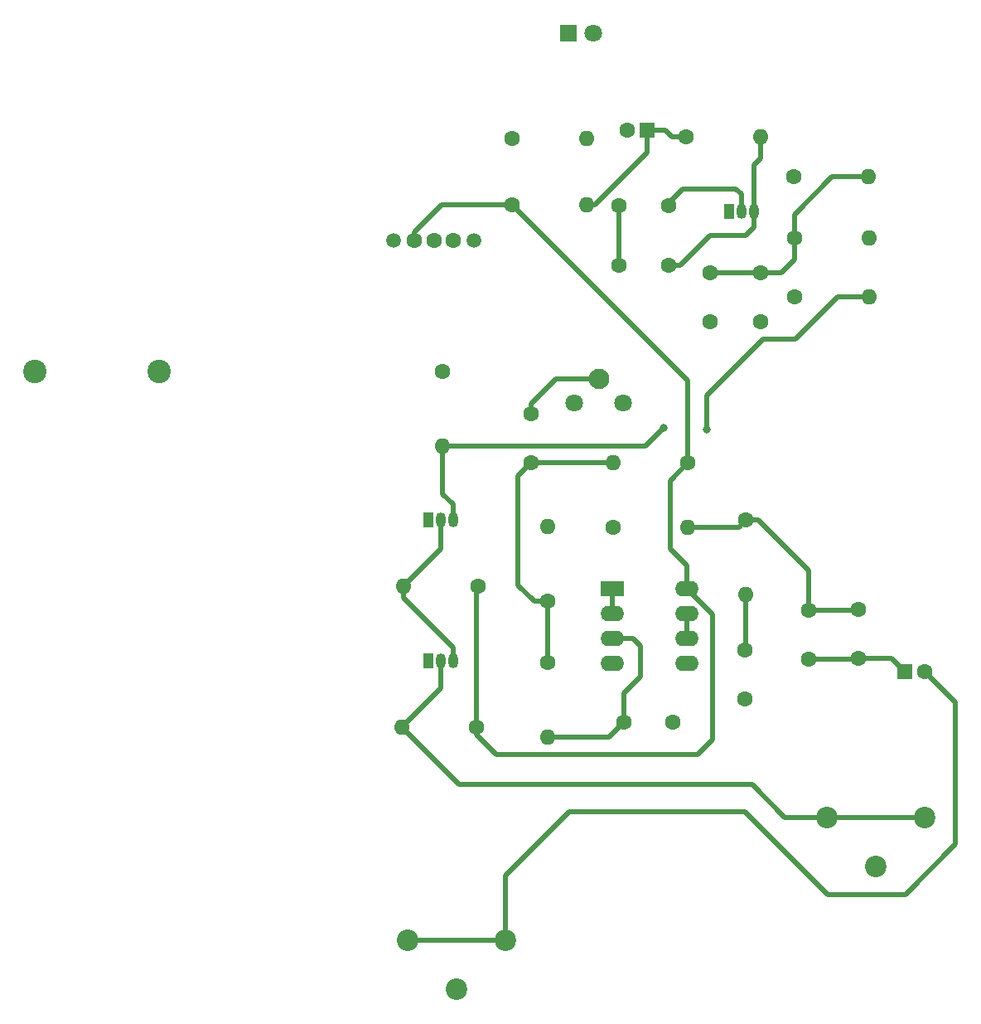
<source format=gbr>
%TF.GenerationSoftware,KiCad,Pcbnew,5.1.10-88a1d61d58~90~ubuntu20.04.1*%
%TF.CreationDate,2021-07-22T12:56:01-07:00*%
%TF.ProjectId,TwinTCPO,5477696e-5443-4504-9f2e-6b696361645f,A*%
%TF.SameCoordinates,Original*%
%TF.FileFunction,Copper,L1,Top*%
%TF.FilePolarity,Positive*%
%FSLAX46Y46*%
G04 Gerber Fmt 4.6, Leading zero omitted, Abs format (unit mm)*
G04 Created by KiCad (PCBNEW 5.1.10-88a1d61d58~90~ubuntu20.04.1) date 2021-07-22 12:56:01*
%MOMM*%
%LPD*%
G01*
G04 APERTURE LIST*
%TA.AperFunction,ComponentPad*%
%ADD10O,2.400000X1.600000*%
%TD*%
%TA.AperFunction,ComponentPad*%
%ADD11R,2.400000X1.600000*%
%TD*%
%TA.AperFunction,ConnectorPad*%
%ADD12C,1.500000*%
%TD*%
%TA.AperFunction,ComponentPad*%
%ADD13C,1.600000*%
%TD*%
%TA.AperFunction,ComponentPad*%
%ADD14O,1.600000X1.600000*%
%TD*%
%TA.AperFunction,ComponentPad*%
%ADD15C,2.100000*%
%TD*%
%TA.AperFunction,ComponentPad*%
%ADD16C,1.800000*%
%TD*%
%TA.AperFunction,ComponentPad*%
%ADD17R,1.050000X1.500000*%
%TD*%
%TA.AperFunction,ComponentPad*%
%ADD18O,1.050000X1.500000*%
%TD*%
%TA.AperFunction,ComponentPad*%
%ADD19C,2.200000*%
%TD*%
%TA.AperFunction,ComponentPad*%
%ADD20C,2.400000*%
%TD*%
%TA.AperFunction,ComponentPad*%
%ADD21R,1.800000X1.800000*%
%TD*%
%TA.AperFunction,ComponentPad*%
%ADD22R,1.600000X1.600000*%
%TD*%
%TA.AperFunction,ViaPad*%
%ADD23C,0.800000*%
%TD*%
%TA.AperFunction,Conductor*%
%ADD24C,0.500000*%
%TD*%
G04 APERTURE END LIST*
D10*
%TO.P,U1,8*%
%TO.N,VCC*%
X146820000Y-101750000D03*
%TO.P,U1,4*%
%TO.N,GND*%
X139200000Y-109370000D03*
%TO.P,U1,7*%
%TO.N,Net-(C10-Pad1)*%
X146820000Y-104290000D03*
%TO.P,U1,3*%
%TO.N,Net-(C7-Pad1)*%
X139200000Y-106830000D03*
%TO.P,U1,6*%
%TO.N,Net-(C10-Pad1)*%
X146820000Y-106830000D03*
%TO.P,U1,2*%
%TO.N,Net-(R14-Pad1)*%
X139200000Y-104290000D03*
%TO.P,U1,5*%
%TO.N,Net-(C8-Pad1)*%
X146820000Y-109370000D03*
D11*
%TO.P,U1,1*%
%TO.N,Net-(R14-Pad1)*%
X139200000Y-101750000D03*
%TD*%
D12*
%TO.P,SW1,*%
%TO.N,*%
X125100000Y-66200000D03*
X116900000Y-66200000D03*
D13*
%TO.P,SW1,3*%
%TO.N,Net-(SW1-Pad3)*%
X123000000Y-66200000D03*
%TO.P,SW1,2*%
%TO.N,Net-(J2-Pad1)*%
X121000000Y-66200000D03*
%TO.P,SW1,1*%
%TO.N,VCC*%
X119000000Y-66200000D03*
%TD*%
D14*
%TO.P,R15,2*%
%TO.N,Net-(C8-Pad1)*%
X152850000Y-102370000D03*
D13*
%TO.P,R15,1*%
%TO.N,Net-(C10-Pad2)*%
X152850000Y-94750000D03*
%TD*%
D14*
%TO.P,R14,2*%
%TO.N,Net-(C10-Pad2)*%
X146920000Y-95450000D03*
D13*
%TO.P,R14,1*%
%TO.N,Net-(R14-Pad1)*%
X139300000Y-95450000D03*
%TD*%
D14*
%TO.P,R13,2*%
%TO.N,GND*%
X136570000Y-55750000D03*
D13*
%TO.P,R13,1*%
%TO.N,Net-(D2-Pad1)*%
X128950000Y-55750000D03*
%TD*%
D14*
%TO.P,R12,2*%
%TO.N,Net-(C7-Pad1)*%
X132600000Y-116870000D03*
D13*
%TO.P,R12,1*%
%TO.N,Net-(C6-Pad1)*%
X132600000Y-109250000D03*
%TD*%
D14*
%TO.P,R11,2*%
%TO.N,GND*%
X132650000Y-95430000D03*
D13*
%TO.P,R11,1*%
%TO.N,Net-(C6-Pad1)*%
X132650000Y-103050000D03*
%TD*%
D14*
%TO.P,R10,2*%
%TO.N,Net-(C6-Pad1)*%
X139330000Y-88900000D03*
D13*
%TO.P,R10,1*%
%TO.N,VCC*%
X146950000Y-88900000D03*
%TD*%
D15*
%TO.P,R9,2*%
%TO.N,Net-(C6-Pad2)*%
X137850000Y-80300000D03*
D16*
%TO.P,R9,3*%
%TO.N,GND*%
X140350000Y-82800000D03*
%TO.P,R9,1*%
%TO.N,Net-(C3-Pad1)*%
X135350000Y-82800000D03*
%TD*%
D14*
%TO.P,R8,2*%
%TO.N,Net-(Q3-Pad3)*%
X165500000Y-71950000D03*
D13*
%TO.P,R8,1*%
%TO.N,Net-(D1-Pad1)*%
X157880000Y-71950000D03*
%TD*%
D14*
%TO.P,R7,2*%
%TO.N,Net-(C5-Pad1)*%
X165470000Y-65950000D03*
D13*
%TO.P,R7,1*%
%TO.N,Net-(C3-Pad1)*%
X157850000Y-65950000D03*
%TD*%
D14*
%TO.P,R6,2*%
%TO.N,Net-(Q3-Pad3)*%
X121900000Y-87170000D03*
D13*
%TO.P,R6,1*%
%TO.N,Net-(C1-Pad1)*%
X121900000Y-79550000D03*
%TD*%
D14*
%TO.P,R5,2*%
%TO.N,Net-(C5-Pad1)*%
X154370000Y-55600000D03*
D13*
%TO.P,R5,1*%
%TO.N,Net-(C2-Pad1)*%
X146750000Y-55600000D03*
%TD*%
D14*
%TO.P,R4,2*%
%TO.N,Net-(C2-Pad1)*%
X136570000Y-62500000D03*
D13*
%TO.P,R4,1*%
%TO.N,VCC*%
X128950000Y-62500000D03*
%TD*%
D14*
%TO.P,R3,2*%
%TO.N,Net-(Q1-Pad3)*%
X117930000Y-101450000D03*
D13*
%TO.P,R3,1*%
%TO.N,VCC*%
X125550000Y-101450000D03*
%TD*%
D14*
%TO.P,R2,2*%
%TO.N,Net-(C3-Pad1)*%
X165420000Y-59700000D03*
D13*
%TO.P,R2,1*%
%TO.N,Net-(C1-Pad2)*%
X157800000Y-59700000D03*
%TD*%
D14*
%TO.P,R1,2*%
%TO.N,~Key*%
X117730000Y-115900000D03*
D13*
%TO.P,R1,1*%
%TO.N,VCC*%
X125350000Y-115900000D03*
%TD*%
D17*
%TO.P,Q3,1*%
%TO.N,GND*%
X120450000Y-94750000D03*
D18*
%TO.P,Q3,3*%
%TO.N,Net-(Q3-Pad3)*%
X122990000Y-94750000D03*
%TO.P,Q3,2*%
%TO.N,Net-(Q1-Pad3)*%
X121720000Y-94750000D03*
%TD*%
D17*
%TO.P,Q2,1*%
%TO.N,GND*%
X151150000Y-63200000D03*
D18*
%TO.P,Q2,3*%
%TO.N,Net-(C5-Pad1)*%
X153690000Y-63200000D03*
%TO.P,Q2,2*%
%TO.N,Net-(C1-Pad2)*%
X152420000Y-63200000D03*
%TD*%
D17*
%TO.P,Q1,1*%
%TO.N,GND*%
X120450000Y-109100000D03*
D18*
%TO.P,Q1,3*%
%TO.N,Net-(Q1-Pad3)*%
X122990000Y-109100000D03*
%TO.P,Q1,2*%
%TO.N,~Key*%
X121720000Y-109100000D03*
%TD*%
D19*
%TO.P,J3,S*%
%TO.N,Net-(C11-Pad2)*%
X128350000Y-137600000D03*
%TO.P,J3,T*%
X118350000Y-137600000D03*
%TO.P,J3,G*%
%TO.N,GND*%
X123350000Y-142600000D03*
%TD*%
D20*
%TO.P,J2,1*%
%TO.N,Net-(J2-Pad1)*%
X92950000Y-79550000D03*
%TO.P,J2,2*%
%TO.N,GND*%
X80250000Y-79550000D03*
%TD*%
D19*
%TO.P,J1,S*%
%TO.N,~Key*%
X171150000Y-125100000D03*
%TO.P,J1,T*%
X161150000Y-125100000D03*
%TO.P,J1,G*%
%TO.N,GND*%
X166150000Y-130100000D03*
%TD*%
D16*
%TO.P,D2,2*%
%TO.N,VCC*%
X137290000Y-45000000D03*
D21*
%TO.P,D2,1*%
%TO.N,Net-(D2-Pad1)*%
X134750000Y-45000000D03*
%TD*%
D13*
%TO.P,C11,2*%
%TO.N,Net-(C11-Pad2)*%
X171150000Y-110200000D03*
D22*
%TO.P,C11,1*%
%TO.N,Net-(C10-Pad1)*%
X169150000Y-110200000D03*
%TD*%
D13*
%TO.P,C10,2*%
%TO.N,Net-(C10-Pad2)*%
X164400000Y-103850000D03*
%TO.P,C10,1*%
%TO.N,Net-(C10-Pad1)*%
X164400000Y-108850000D03*
%TD*%
%TO.P,C9,2*%
%TO.N,Net-(C10-Pad2)*%
X159300000Y-103900000D03*
%TO.P,C9,1*%
%TO.N,Net-(C10-Pad1)*%
X159300000Y-108900000D03*
%TD*%
%TO.P,C8,2*%
%TO.N,GND*%
X152800000Y-113000000D03*
%TO.P,C8,1*%
%TO.N,Net-(C8-Pad1)*%
X152800000Y-108000000D03*
%TD*%
%TO.P,C7,2*%
%TO.N,GND*%
X145400000Y-115400000D03*
%TO.P,C7,1*%
%TO.N,Net-(C7-Pad1)*%
X140400000Y-115400000D03*
%TD*%
%TO.P,C6,2*%
%TO.N,Net-(C6-Pad2)*%
X130950000Y-83900000D03*
%TO.P,C6,1*%
%TO.N,Net-(C6-Pad1)*%
X130950000Y-88900000D03*
%TD*%
%TO.P,C5,2*%
%TO.N,Net-(C1-Pad1)*%
X139950000Y-68700000D03*
%TO.P,C5,1*%
%TO.N,Net-(C5-Pad1)*%
X144950000Y-68700000D03*
%TD*%
%TO.P,C4,2*%
%TO.N,GND*%
X154400000Y-74450000D03*
%TO.P,C4,1*%
%TO.N,Net-(C3-Pad1)*%
X154400000Y-69450000D03*
%TD*%
%TO.P,C3,2*%
%TO.N,GND*%
X149200000Y-74450000D03*
%TO.P,C3,1*%
%TO.N,Net-(C3-Pad1)*%
X149200000Y-69450000D03*
%TD*%
%TO.P,C2,2*%
%TO.N,GND*%
X140750000Y-54950000D03*
D22*
%TO.P,C2,1*%
%TO.N,Net-(C2-Pad1)*%
X142750000Y-54950000D03*
%TD*%
D13*
%TO.P,C1,2*%
%TO.N,Net-(C1-Pad2)*%
X144950000Y-62650000D03*
%TO.P,C1,1*%
%TO.N,Net-(C1-Pad1)*%
X139950000Y-62650000D03*
%TD*%
D23*
%TO.N,Net-(Q3-Pad3)*%
X148850000Y-85450000D03*
X144450000Y-85350000D03*
%TD*%
D24*
%TO.N,Net-(C1-Pad2)*%
X144950000Y-62650000D02*
X144950000Y-62400000D01*
X144950000Y-62400000D02*
X146450000Y-60900000D01*
X146450000Y-60900000D02*
X151850000Y-60900000D01*
X152420000Y-61470000D02*
X152420000Y-63200000D01*
X151850000Y-60900000D02*
X152420000Y-61470000D01*
%TO.N,Net-(C1-Pad1)*%
X139950000Y-62650000D02*
X139950000Y-68700000D01*
%TO.N,Net-(C2-Pad1)*%
X146750000Y-55600000D02*
X145300000Y-55600000D01*
X144650000Y-54950000D02*
X142750000Y-54950000D01*
X145300000Y-55600000D02*
X144650000Y-54950000D01*
X136570000Y-62500000D02*
X137450000Y-62500000D01*
X142750000Y-57200000D02*
X142750000Y-54950000D01*
X137450000Y-62500000D02*
X142750000Y-57200000D01*
%TO.N,Net-(C3-Pad1)*%
X154400000Y-69450000D02*
X149200000Y-69450000D01*
X154400000Y-69450000D02*
X156500000Y-69450000D01*
X157850000Y-68100000D02*
X157850000Y-65950000D01*
X156500000Y-69450000D02*
X157850000Y-68100000D01*
X157850000Y-65950000D02*
X157850000Y-63550000D01*
X161700000Y-59700000D02*
X165420000Y-59700000D01*
X157850000Y-63550000D02*
X161700000Y-59700000D01*
%TO.N,Net-(C5-Pad1)*%
X153690000Y-63200000D02*
X153690000Y-58460000D01*
X154370000Y-57780000D02*
X154370000Y-55600000D01*
X153690000Y-58460000D02*
X154370000Y-57780000D01*
X144950000Y-68700000D02*
X146150000Y-68700000D01*
X146150000Y-68700000D02*
X149200000Y-65650000D01*
X149200000Y-65650000D02*
X152850000Y-65650000D01*
X153690000Y-64810000D02*
X153690000Y-63200000D01*
X152850000Y-65650000D02*
X153690000Y-64810000D01*
%TO.N,Net-(C6-Pad2)*%
X130950000Y-83900000D02*
X130950000Y-82850000D01*
X133500000Y-80300000D02*
X137850000Y-80300000D01*
X130950000Y-82850000D02*
X133500000Y-80300000D01*
%TO.N,Net-(C6-Pad1)*%
X132600000Y-103100000D02*
X132650000Y-103050000D01*
X132600000Y-109250000D02*
X132600000Y-103100000D01*
X132650000Y-103050000D02*
X131250000Y-103050000D01*
X131250000Y-103050000D02*
X129600000Y-101400000D01*
X129600000Y-90250000D02*
X130950000Y-88900000D01*
X129600000Y-101400000D02*
X129600000Y-90250000D01*
X130950000Y-88900000D02*
X139330000Y-88900000D01*
%TO.N,Net-(C7-Pad1)*%
X140400000Y-115400000D02*
X140400000Y-112400000D01*
X140400000Y-112400000D02*
X142100000Y-110700000D01*
X142100000Y-110700000D02*
X142100000Y-107600000D01*
X141330000Y-106830000D02*
X139200000Y-106830000D01*
X142100000Y-107600000D02*
X141330000Y-106830000D01*
X138930000Y-116870000D02*
X140400000Y-115400000D01*
X132600000Y-116870000D02*
X138930000Y-116870000D01*
%TO.N,Net-(C8-Pad1)*%
X152850000Y-107950000D02*
X152800000Y-108000000D01*
X152850000Y-102370000D02*
X152850000Y-107950000D01*
%TO.N,Net-(C10-Pad2)*%
X152150000Y-95450000D02*
X152850000Y-94750000D01*
X146920000Y-95450000D02*
X152150000Y-95450000D01*
X152850000Y-94750000D02*
X154150000Y-94750000D01*
X159300000Y-99900000D02*
X159300000Y-103900000D01*
X154150000Y-94750000D02*
X159300000Y-99900000D01*
X164350000Y-103900000D02*
X164400000Y-103850000D01*
X159300000Y-103900000D02*
X164350000Y-103900000D01*
%TO.N,Net-(C10-Pad1)*%
X146820000Y-104290000D02*
X146820000Y-106830000D01*
X164350000Y-108900000D02*
X164400000Y-108850000D01*
X159300000Y-108900000D02*
X164350000Y-108900000D01*
X167800000Y-108850000D02*
X169150000Y-110200000D01*
X164400000Y-108850000D02*
X167800000Y-108850000D01*
%TO.N,Net-(C11-Pad2)*%
X118350000Y-137600000D02*
X128350000Y-137600000D01*
X128350000Y-137600000D02*
X128350000Y-131000000D01*
X128350000Y-131000000D02*
X134850000Y-124500000D01*
X134850000Y-124500000D02*
X152800000Y-124500000D01*
X152800000Y-124500000D02*
X161250000Y-132950000D01*
X161250000Y-132950000D02*
X169200000Y-132950000D01*
X169200000Y-132950000D02*
X174300000Y-127850000D01*
X174300000Y-113350000D02*
X171150000Y-110200000D01*
X174300000Y-127850000D02*
X174300000Y-113350000D01*
%TO.N,VCC*%
X119000000Y-66200000D02*
X119000000Y-65300000D01*
X121800000Y-62500000D02*
X128950000Y-62500000D01*
X119000000Y-65300000D02*
X121800000Y-62500000D01*
X125350000Y-101650000D02*
X125550000Y-101450000D01*
X125350000Y-115900000D02*
X125350000Y-101650000D01*
X146820000Y-101750000D02*
X146820000Y-99370000D01*
X146820000Y-99370000D02*
X145150000Y-97700000D01*
X145150000Y-90700000D02*
X146950000Y-88900000D01*
X145150000Y-97700000D02*
X145150000Y-90700000D01*
X146950000Y-80500000D02*
X128950000Y-62500000D01*
X146950000Y-88900000D02*
X146950000Y-80500000D01*
X125350000Y-115900000D02*
X125350000Y-116650000D01*
X125350000Y-116650000D02*
X127350000Y-118650000D01*
X127350000Y-118650000D02*
X147950000Y-118650000D01*
X147950000Y-118650000D02*
X149450000Y-117150000D01*
X149450000Y-104380000D02*
X146820000Y-101750000D01*
X149450000Y-117150000D02*
X149450000Y-104380000D01*
%TO.N,~Key*%
X121720000Y-111910000D02*
X117730000Y-115900000D01*
X121720000Y-109100000D02*
X121720000Y-111910000D01*
X171150000Y-125100000D02*
X161150000Y-125100000D01*
X161150000Y-125100000D02*
X156850000Y-125100000D01*
X156850000Y-125100000D02*
X153500000Y-121750000D01*
X123580000Y-121750000D02*
X117730000Y-115900000D01*
X153500000Y-121750000D02*
X123580000Y-121750000D01*
%TO.N,Net-(Q1-Pad3)*%
X121720000Y-97660000D02*
X117930000Y-101450000D01*
X121720000Y-94750000D02*
X121720000Y-97660000D01*
X117930000Y-101450000D02*
X117930000Y-102680000D01*
X122990000Y-107740000D02*
X122990000Y-109100000D01*
X117930000Y-102680000D02*
X122990000Y-107740000D01*
%TO.N,Net-(Q3-Pad3)*%
X121900000Y-87170000D02*
X121900000Y-92050000D01*
X122990000Y-93140000D02*
X122990000Y-94750000D01*
X121900000Y-92050000D02*
X122990000Y-93140000D01*
X165500000Y-71950000D02*
X162250000Y-71950000D01*
X162250000Y-71950000D02*
X157950000Y-76250000D01*
X157950000Y-76250000D02*
X154600000Y-76250000D01*
X148850000Y-82000000D02*
X148850000Y-85450000D01*
X154600000Y-76250000D02*
X148850000Y-82000000D01*
X142630000Y-87170000D02*
X121900000Y-87170000D01*
X144450000Y-85350000D02*
X142630000Y-87170000D01*
%TO.N,Net-(R14-Pad1)*%
X139200000Y-101750000D02*
X139200000Y-104290000D01*
%TD*%
M02*

</source>
